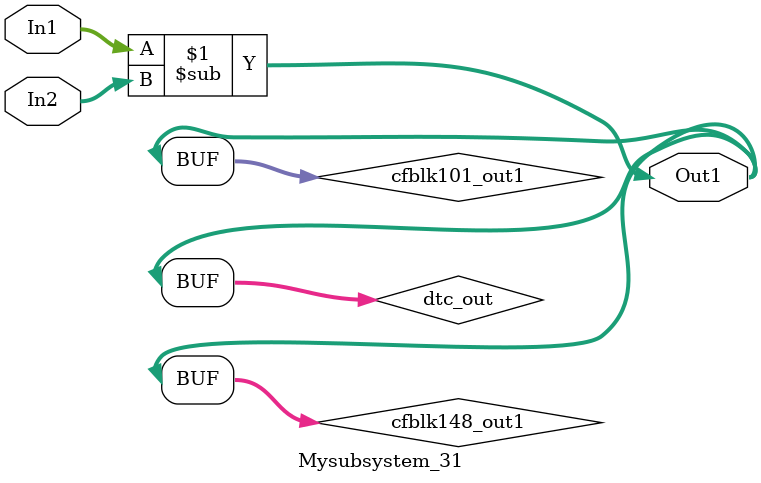
<source format=v>



`timescale 1 ns / 1 ns

module Mysubsystem_31
          (In1,
           In2,
           Out1);


  input   [7:0] In1;  // uint8
  input   [7:0] In2;  // uint8
  output  [7:0] Out1;  // uint8


  wire [7:0] cfblk148_out1;  // uint8
  wire [7:0] dtc_out;  // ufix8
  wire [7:0] cfblk101_out1;  // uint8


  assign cfblk148_out1 = In1 - In2;



  assign dtc_out = cfblk148_out1;



  assign cfblk101_out1 = dtc_out;



  assign Out1 = cfblk101_out1;

endmodule  // Mysubsystem_31


</source>
